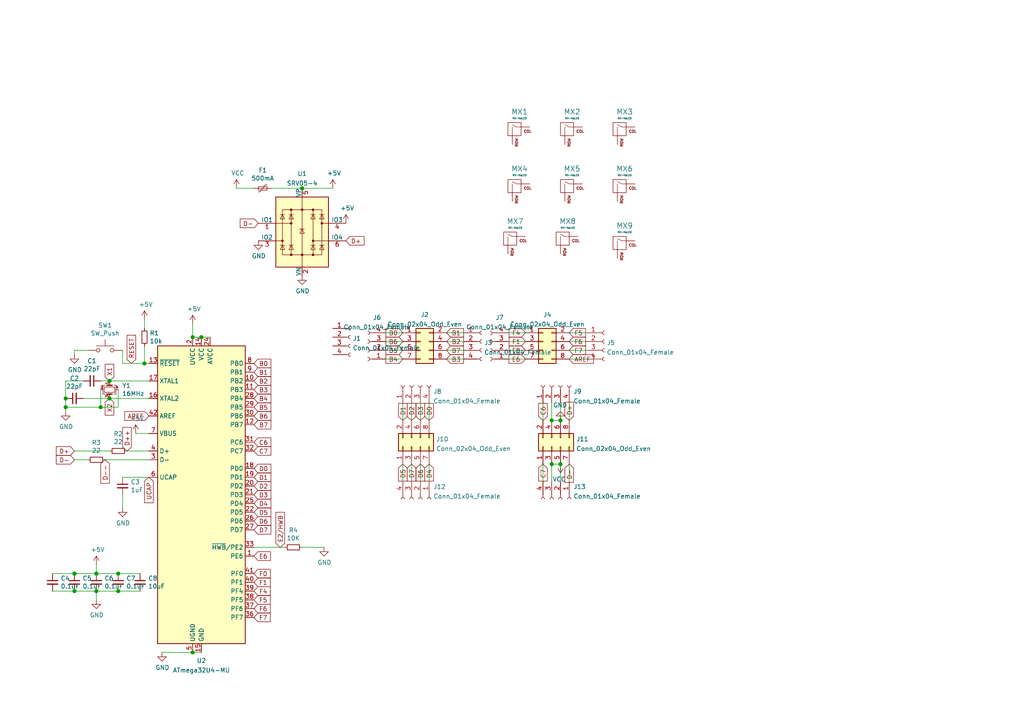
<source format=kicad_sch>
(kicad_sch (version 20210621) (generator eeschema)
  (paper "A4")
  (lib_symbols
    (symbol "Connector:Conn_01x04_Female" (pin_names (offset 1.016) hide)
      (property "Reference" "J" (at 0 5.08 0))
      (property "Value" "Conn_01x04_Female" (at 0 -7.62 0))
      (symbol "Conn_01x04_Female_1_1"
        (arc (start 0 -4.572) (end 0 -5.588) (radius (at 0 -5.08) (length 0.508) (angles 90.1 -90.1)) (stroke (width 0.1524)))
        (arc (start 0 -2.032) (end 0 -3.048) (radius (at 0 -2.54) (length 0.508) (angles 90.1 -90.1)) (stroke (width 0.1524)))
        (arc (start 0 0.508) (end 0 -0.508) (radius (at 0 0) (length 0.508) (angles 90.1 -90.1)) (stroke (width 0.1524)))
        (arc (start 0 3.048) (end 0 2.032) (radius (at 0 2.54) (length 0.508) (angles 90.1 -90.1)) (stroke (width 0.1524)))
        (polyline (pts (xy -1.27 -5.08) (xy -0.508 -5.08)) (stroke (width 0.1524)))
        (polyline (pts (xy -1.27 -2.54) (xy -0.508 -2.54)) (stroke (width 0.1524)))
        (polyline (pts (xy -1.27 0) (xy -0.508 0)) (stroke (width 0.1524)))
        (polyline (pts (xy -1.27 2.54) (xy -0.508 2.54)) (stroke (width 0.1524)))
        (pin passive line (at -5.08 2.54 0) (length 3.81) (name "Pin_1") (number "1"))
        (pin passive line (at -5.08 0 0) (length 3.81) (name "Pin_2") (number "2"))
        (pin passive line (at -5.08 -2.54 0) (length 3.81) (name "Pin_3") (number "3"))
        (pin passive line (at -5.08 -5.08 0) (length 3.81) (name "Pin_4") (number "4"))
      )
    )
    (symbol "Connector_Generic:Conn_02x04_Odd_Even" (pin_names (offset 1.016) hide)
      (property "Reference" "J" (at 1.27 5.08 0))
      (property "Value" "Conn_02x04_Odd_Even" (at 1.27 -7.62 0))
      (symbol "Conn_02x04_Odd_Even_1_1"
        (rectangle (start -1.27 -4.953) (end 0 -5.207) (stroke (width 0.1524)))
        (rectangle (start -1.27 -2.413) (end 0 -2.667) (stroke (width 0.1524)))
        (rectangle (start -1.27 0.127) (end 0 -0.127) (stroke (width 0.1524)))
        (rectangle (start -1.27 2.667) (end 0 2.413) (stroke (width 0.1524)))
        (rectangle (start 3.81 -4.953) (end 2.54 -5.207) (stroke (width 0.1524)))
        (rectangle (start 3.81 -2.413) (end 2.54 -2.667) (stroke (width 0.1524)))
        (rectangle (start 3.81 0.127) (end 2.54 -0.127) (stroke (width 0.1524)))
        (rectangle (start 3.81 2.667) (end 2.54 2.413) (stroke (width 0.1524)))
        (rectangle (start -1.27 3.81) (end 3.81 -6.35) (stroke (width 0.254)) (fill (type background)))
        (pin passive line (at -5.08 2.54 0) (length 3.81) (name "Pin_1") (number "1"))
        (pin passive line (at 7.62 2.54 180) (length 3.81) (name "Pin_2") (number "2"))
        (pin passive line (at -5.08 0 0) (length 3.81) (name "Pin_3") (number "3"))
        (pin passive line (at 7.62 0 180) (length 3.81) (name "Pin_4") (number "4"))
        (pin passive line (at -5.08 -2.54 0) (length 3.81) (name "Pin_5") (number "5"))
        (pin passive line (at 7.62 -2.54 180) (length 3.81) (name "Pin_6") (number "6"))
        (pin passive line (at -5.08 -5.08 0) (length 3.81) (name "Pin_7") (number "7"))
        (pin passive line (at 7.62 -5.08 180) (length 3.81) (name "Pin_8") (number "8"))
      )
    )
    (symbol "Device:C_Small" (pin_numbers hide) (pin_names (offset 0.254) hide)
      (property "Reference" "C" (at 0.254 1.778 0))
      (property "Value" "C_Small" (at 0.254 -2.032 0))
      (symbol "C_Small_0_1"
        (polyline (pts (xy -1.524 -0.508) (xy 1.524 -0.508)) (stroke (width 0.3302)))
        (polyline (pts (xy -1.524 0.508) (xy 1.524 0.508)) (stroke (width 0.3048)))
      )
      (symbol "C_Small_1_1"
        (pin passive line (at 0 2.54 270) (length 2.032) (name "~") (number "1"))
        (pin passive line (at 0 -2.54 90) (length 2.032) (name "~") (number "2"))
      )
    )
    (symbol "Device:Crystal_GND24_Small" (pin_names (offset 1.016) hide)
      (property "Reference" "Y" (at 1.27 4.445 0))
      (property "Value" "Crystal_GND24_Small" (at 1.27 2.54 0))
      (symbol "Crystal_GND24_Small_0_1"
        (rectangle (start -0.762 -1.524) (end 0.762 1.524))
        (polyline (pts (xy -1.27 -0.762) (xy -1.27 0.762)) (stroke (width 0.381)))
        (polyline (pts (xy 1.27 -0.762) (xy 1.27 0.762)) (stroke (width 0.381)))
        (polyline (pts (xy -1.27 -1.27) (xy -1.27 -1.905) (xy 1.27 -1.905) (xy 1.27 -1.27)))
        (polyline (pts (xy -1.27 1.27) (xy -1.27 1.905) (xy 1.27 1.905) (xy 1.27 1.27)))
      )
      (symbol "Crystal_GND24_Small_1_1"
        (pin passive line (at -2.54 0 0) (length 1.27) (name "1") (number "1"))
        (pin passive line (at 0 -2.54 90) (length 0.635) (name "2") (number "2"))
        (pin passive line (at 2.54 0 180) (length 1.27) (name "3") (number "3"))
        (pin passive line (at 0 2.54 270) (length 0.635) (name "4") (number "4"))
      )
    )
    (symbol "Device:Polyfuse_Small" (pin_numbers hide) (pin_names (offset 0))
      (property "Reference" "F" (at -1.905 0 90))
      (property "Value" "Polyfuse_Small" (at 1.905 0 90))
      (symbol "Polyfuse_Small_0_1"
        (rectangle (start -0.508 1.27) (end 0.508 -1.27))
        (polyline (pts (xy 0 2.54) (xy 0 -2.54)))
        (polyline (pts (xy -1.016 1.27) (xy -1.016 0.762) (xy 1.016 -0.762) (xy 1.016 -1.27)))
      )
      (symbol "Polyfuse_Small_1_1"
        (pin passive line (at 0 2.54 270) (length 0.635) (name "~") (number "1"))
        (pin passive line (at 0 -2.54 90) (length 0.635) (name "~") (number "2"))
      )
    )
    (symbol "Device:R_Small" (pin_numbers hide) (pin_names (offset 0.254) hide)
      (property "Reference" "R" (at 0.762 0.508 0))
      (property "Value" "R_Small" (at 0.762 -1.016 0))
      (symbol "R_Small_0_1"
        (rectangle (start -0.762 1.778) (end 0.762 -1.778) (stroke (width 0.2032)))
      )
      (symbol "R_Small_1_1"
        (pin passive line (at 0 2.54 270) (length 0.762) (name "~") (number "1"))
        (pin passive line (at 0 -2.54 90) (length 0.762) (name "~") (number "2"))
      )
    )
    (symbol "MCU_Microchip_ATmega:ATmega32U4-MU"
      (property "Reference" "U" (at -12.7 44.45 0))
      (property "Value" "ATmega32U4-MU" (at 2.54 -44.45 0))
      (symbol "ATmega32U4-MU_0_1"
        (rectangle (start -12.7 -43.18) (end 12.7 43.18) (stroke (width 0.254)) (fill (type background)))
      )
      (symbol "ATmega32U4-MU_1_1"
        (pin bidirectional line (at 15.24 -17.78 180) (length 2.54) (name "PE6") (number "1"))
        (pin bidirectional line (at 15.24 33.02 180) (length 2.54) (name "PB2") (number "10"))
        (pin bidirectional line (at 15.24 30.48 180) (length 2.54) (name "PB3") (number "11"))
        (pin bidirectional line (at 15.24 20.32 180) (length 2.54) (name "PB7") (number "12"))
        (pin input line (at -15.24 38.1 0) (length 2.54) (name "~{RESET}") (number "13"))
        (pin power_in line (at 0 45.72 270) (length 2.54) (name "VCC") (number "14"))
        (pin power_in line (at 0 -45.72 90) (length 2.54) (name "GND") (number "15"))
        (pin output line (at -15.24 27.94 0) (length 2.54) (name "XTAL2") (number "16"))
        (pin input line (at -15.24 33.02 0) (length 2.54) (name "XTAL1") (number "17"))
        (pin bidirectional line (at 15.24 7.62 180) (length 2.54) (name "PD0") (number "18"))
        (pin bidirectional line (at 15.24 5.08 180) (length 2.54) (name "PD1") (number "19"))
        (pin power_in line (at -2.54 45.72 270) (length 2.54) (name "UVCC") (number "2"))
        (pin bidirectional line (at 15.24 2.54 180) (length 2.54) (name "PD2") (number "20"))
        (pin bidirectional line (at 15.24 0 180) (length 2.54) (name "PD3") (number "21"))
        (pin bidirectional line (at 15.24 -5.08 180) (length 2.54) (name "PD5") (number "22"))
        (pin passive line (at 0 -45.72 90) (length 2.54) hide (name "GND") (number "23"))
        (pin power_in line (at 2.54 45.72 270) (length 2.54) (name "AVCC") (number "24"))
        (pin bidirectional line (at 15.24 -2.54 180) (length 2.54) (name "PD4") (number "25"))
        (pin bidirectional line (at 15.24 -7.62 180) (length 2.54) (name "PD6") (number "26"))
        (pin bidirectional line (at 15.24 -10.16 180) (length 2.54) (name "PD7") (number "27"))
        (pin bidirectional line (at 15.24 27.94 180) (length 2.54) (name "PB4") (number "28"))
        (pin bidirectional line (at 15.24 25.4 180) (length 2.54) (name "PB5") (number "29"))
        (pin bidirectional line (at -15.24 10.16 0) (length 2.54) (name "D-") (number "3"))
        (pin bidirectional line (at 15.24 22.86 180) (length 2.54) (name "PB6") (number "30"))
        (pin bidirectional line (at 15.24 15.24 180) (length 2.54) (name "PC6") (number "31"))
        (pin bidirectional line (at 15.24 12.7 180) (length 2.54) (name "PC7") (number "32"))
        (pin bidirectional line (at 15.24 -15.24 180) (length 2.54) (name "~{HWB}/PE2") (number "33"))
        (pin passive line (at 0 45.72 270) (length 2.54) hide (name "VCC") (number "34"))
        (pin passive line (at 0 -45.72 90) (length 2.54) hide (name "GND") (number "35"))
        (pin bidirectional line (at 15.24 -35.56 180) (length 2.54) (name "PF7") (number "36"))
        (pin bidirectional line (at 15.24 -33.02 180) (length 2.54) (name "PF6") (number "37"))
        (pin bidirectional line (at 15.24 -30.48 180) (length 2.54) (name "PF5") (number "38"))
        (pin bidirectional line (at 15.24 -27.94 180) (length 2.54) (name "PF4") (number "39"))
        (pin bidirectional line (at -15.24 12.7 0) (length 2.54) (name "D+") (number "4"))
        (pin bidirectional line (at 15.24 -25.4 180) (length 2.54) (name "PF1") (number "40"))
        (pin bidirectional line (at 15.24 -22.86 180) (length 2.54) (name "PF0") (number "41"))
        (pin passive line (at -15.24 22.86 0) (length 2.54) (name "AREF") (number "42"))
        (pin passive line (at 0 -45.72 90) (length 2.54) hide (name "GND") (number "43"))
        (pin passive line (at 2.54 45.72 270) (length 2.54) hide (name "AVCC") (number "44"))
        (pin passive line (at 0 -45.72 90) (length 2.54) hide (name "GND") (number "45"))
        (pin passive line (at -2.54 -45.72 90) (length 2.54) (name "UGND") (number "5"))
        (pin passive line (at -15.24 5.08 0) (length 2.54) (name "UCAP") (number "6"))
        (pin input line (at -15.24 17.78 0) (length 2.54) (name "VBUS") (number "7"))
        (pin bidirectional line (at 15.24 38.1 180) (length 2.54) (name "PB0") (number "8"))
        (pin bidirectional line (at 15.24 35.56 180) (length 2.54) (name "PB1") (number "9"))
      )
    )
    (symbol "MX_Alps_Hybrid:MX-NoLED" (pin_names (offset 1.016))
      (property "Reference" "MX" (at -0.635 3.81 0))
      (property "Value" "MX-NoLED" (at -0.635 1.27 0))
      (symbol "MX-NoLED_0_0"
        (text "COL" (at 3.175 0 0) (effects (font (size 0.762 0.762))))
        (text "ROW" (at 0 -1.905 900) (effects (font (size 0.762 0.762)) (justify right)))
        (rectangle (start -2.54 2.54) (end 1.27 -1.27))
        (polyline (pts (xy -1.27 -1.27) (xy -1.27 1.27)) (stroke (width 0.127)))
        (polyline (pts (xy 1.27 1.27) (xy 0 1.27) (xy -1.27 1.905)) (stroke (width 0.127)))
      )
      (symbol "MX-NoLED_1_1"
        (pin passive line (at 3.81 1.27 180) (length 2.54) (name "COL") (number "1"))
        (pin passive line (at -1.27 -3.81 90) (length 2.54) (name "ROW") (number "2"))
      )
    )
    (symbol "Power_Protection:SRV05-4" (pin_names (offset 0))
      (property "Reference" "U" (at -5.08 11.43 0))
      (property "Value" "SRV05-4" (at 2.54 11.43 0))
      (symbol "SRV05-4_0_0"
        (rectangle (start -5.715 6.477) (end 5.715 -6.604))
        (polyline (pts (xy -3.175 -6.604) (xy -3.175 6.477)))
        (polyline (pts (xy 3.175 6.477) (xy 3.175 -6.604)))
      )
      (symbol "SRV05-4_0_1"
        (circle (center -5.715 -2.54) (radius 0.2794) (fill (type outline)))
        (circle (center -3.175 -6.604) (radius 0.2794) (fill (type outline)))
        (circle (center -3.175 2.54) (radius 0.2794) (fill (type outline)))
        (circle (center -3.175 6.477) (radius 0.2794) (fill (type outline)))
        (circle (center 0 -6.604) (radius 0.2794) (fill (type outline)))
        (circle (center 0 6.477) (radius 0.2794) (fill (type outline)))
        (circle (center 3.175 -6.604) (radius 0.2794) (fill (type outline)))
        (circle (center 3.175 -2.54) (radius 0.2794) (fill (type outline)))
        (circle (center 3.175 6.477) (radius 0.2794) (fill (type outline)))
        (circle (center 5.715 2.54) (radius 0.2794) (fill (type outline)))
        (rectangle (start -7.62 10.16) (end 7.62 -10.16) (stroke (width 0.254)) (fill (type background)))
        (polyline (pts (xy -7.747 2.54) (xy -3.175 2.54)))
        (polyline (pts (xy -7.62 -2.54) (xy -5.715 -2.54)))
        (polyline (pts (xy -5.08 -3.81) (xy -6.35 -3.81)))
        (polyline (pts (xy -5.08 5.08) (xy -6.35 5.08)))
        (polyline (pts (xy -2.54 -3.81) (xy -3.81 -3.81)))
        (polyline (pts (xy -2.54 5.08) (xy -3.81 5.08)))
        (polyline (pts (xy 0 10.16) (xy 0 -10.16)))
        (polyline (pts (xy 3.81 -3.81) (xy 2.54 -3.81)))
        (polyline (pts (xy 3.81 5.08) (xy 2.54 5.08)))
        (polyline (pts (xy 6.35 -3.81) (xy 5.08 -3.81)))
        (polyline (pts (xy 6.35 5.08) (xy 5.08 5.08)))
        (polyline (pts (xy 7.62 -2.54) (xy 3.175 -2.54)))
        (polyline (pts (xy 7.62 2.54) (xy 5.715 2.54)))
        (polyline (pts (xy 0.635 0.889) (xy -0.635 0.889) (xy -0.635 0.635)))
        (polyline (pts (xy -5.08 -5.08) (xy -6.35 -5.08) (xy -5.715 -3.81) (xy -5.08 -5.08)))
        (polyline (pts (xy -5.08 3.81) (xy -6.35 3.81) (xy -5.715 5.08) (xy -5.08 3.81)))
        (polyline (pts (xy -2.54 -5.08) (xy -3.81 -5.08) (xy -3.175 -3.81) (xy -2.54 -5.08)))
        (polyline (pts (xy -2.54 3.81) (xy -3.81 3.81) (xy -3.175 5.08) (xy -2.54 3.81)))
        (polyline (pts (xy 0.635 -0.381) (xy -0.635 -0.381) (xy 0 0.889) (xy 0.635 -0.381)))
        (polyline (pts (xy 3.81 -5.08) (xy 2.54 -5.08) (xy 3.175 -3.81) (xy 3.81 -5.08)))
        (polyline (pts (xy 3.81 3.81) (xy 2.54 3.81) (xy 3.175 5.08) (xy 3.81 3.81)))
        (polyline (pts (xy 6.35 -5.08) (xy 5.08 -5.08) (xy 5.715 -3.81) (xy 6.35 -5.08)))
        (polyline (pts (xy 6.35 3.81) (xy 5.08 3.81) (xy 5.715 5.08) (xy 6.35 3.81)))
      )
      (symbol "SRV05-4_1_1"
        (pin passive line (at -12.7 2.54 0) (length 5.08) (name "IO1") (number "1"))
        (pin passive line (at 0 -12.7 90) (length 2.54) (name "VN") (number "2"))
        (pin passive line (at -12.7 -2.54 0) (length 5.08) (name "IO2") (number "3"))
        (pin passive line (at 12.7 2.54 180) (length 5.08) (name "IO3") (number "4"))
        (pin passive line (at 0 12.7 270) (length 2.54) (name "VP") (number "5"))
        (pin passive line (at 12.7 -2.54 180) (length 5.08) (name "IO4") (number "6"))
      )
    )
    (symbol "Switch:SW_Push" (pin_numbers hide) (pin_names (offset 1.016) hide)
      (property "Reference" "SW" (at 1.27 2.54 0))
      (property "Value" "SW_Push" (at 0 -1.524 0))
      (symbol "SW_Push_0_1"
        (circle (center -2.032 0) (radius 0.508))
        (circle (center 2.032 0) (radius 0.508))
        (polyline (pts (xy 0 1.27) (xy 0 3.048)))
        (polyline (pts (xy 2.54 1.27) (xy -2.54 1.27)))
        (pin passive line (at -5.08 0 0) (length 2.54) (name "1") (number "1"))
        (pin passive line (at 5.08 0 180) (length 2.54) (name "2") (number "2"))
      )
    )
    (symbol "power:+5V" (power) (pin_names (offset 0))
      (property "Value" "+5V" (at 0 3.556 0))
      (symbol "+5V_0_1"
        (polyline (pts (xy -0.762 1.27) (xy 0 2.54)))
        (polyline (pts (xy 0 0) (xy 0 2.54)))
        (polyline (pts (xy 0 2.54) (xy 0.762 1.27)))
      )
      (symbol "+5V_1_1"
        (pin power_in line (at 0 0 90) (length 0) hide (name "+5V") (number "1"))
      )
    )
    (symbol "power:GND" (power) (pin_names (offset 0))
      (property "Value" "GND" (at 0 -3.81 0))
      (symbol "GND_0_1"
        (polyline (pts (xy 0 0) (xy 0 -1.27) (xy 1.27 -1.27) (xy 0 -2.54) (xy -1.27 -1.27) (xy 0 -1.27)))
      )
      (symbol "GND_1_1"
        (pin power_in line (at 0 0 270) (length 0) hide (name "GND") (number "1"))
      )
    )
    (symbol "power:VCC" (power) (pin_names (offset 0))
      (property "Value" "VCC" (at 0 3.81 0))
      (symbol "VCC_0_1"
        (polyline (pts (xy -0.762 1.27) (xy 0 2.54)))
        (polyline (pts (xy 0 0) (xy 0 2.54)))
        (polyline (pts (xy 0 2.54) (xy 0.762 1.27)))
      )
      (symbol "VCC_1_1"
        (pin power_in line (at 0 0 90) (length 0) hide (name "VCC") (number "1"))
      )
    )
  )
  (junction (at 19.05 115.57) (diameter 1.016))
  (junction (at 19.05 118.11) (diameter 1.016))
  (junction (at 21.59 166.37) (diameter 1.016))
  (junction (at 21.59 171.45) (diameter 1.016))
  (junction (at 27.94 166.37) (diameter 1.016))
  (junction (at 27.94 171.45) (diameter 1.016))
  (junction (at 29.21 118.11) (diameter 1.016))
  (junction (at 31.75 110.49) (diameter 1.016))
  (junction (at 31.75 115.57) (diameter 1.016))
  (junction (at 34.29 166.37) (diameter 1.016))
  (junction (at 34.29 171.45) (diameter 1.016))
  (junction (at 41.91 105.41) (diameter 1.016))
  (junction (at 55.88 97.79) (diameter 1.016))
  (junction (at 55.88 189.23) (diameter 1.016))
  (junction (at 58.42 97.79) (diameter 1.016))
  (junction (at 87.63 54.61) (diameter 1.016))
  (junction (at 160.02 121.92) (diameter 1.016))
  (junction (at 160.02 134.62) (diameter 1.016))
  (junction (at 162.56 121.92) (diameter 1.016))
  (junction (at 162.56 134.62) (diameter 1.016))
  (wire (pts (xy 15.24 166.37) (xy 21.59 166.37)))
  (wire (pts (xy 15.24 171.45) (xy 21.59 171.45)))
  (wire (pts (xy 19.05 110.49) (xy 19.05 115.57)))
  (wire (pts (xy 19.05 115.57) (xy 19.05 118.11)))
  (wire (pts (xy 19.05 118.11) (xy 19.05 119.38)))
  (wire (pts (xy 19.05 118.11) (xy 29.21 118.11)))
  (wire (pts (xy 21.59 101.6) (xy 21.59 102.87)))
  (wire (pts (xy 21.59 166.37) (xy 27.94 166.37)))
  (wire (pts (xy 21.59 171.45) (xy 27.94 171.45)))
  (wire (pts (xy 24.13 110.49) (xy 19.05 110.49)))
  (wire (pts (xy 25.4 101.6) (xy 21.59 101.6)))
  (wire (pts (xy 25.4 133.35) (xy 21.59 133.35)))
  (wire (pts (xy 27.94 163.83) (xy 27.94 166.37)))
  (wire (pts (xy 27.94 166.37) (xy 34.29 166.37)))
  (wire (pts (xy 27.94 171.45) (xy 34.29 171.45)))
  (wire (pts (xy 27.94 173.99) (xy 27.94 171.45)))
  (wire (pts (xy 29.21 113.03) (xy 29.21 118.11)))
  (wire (pts (xy 29.21 118.11) (xy 34.29 118.11)))
  (wire (pts (xy 31.75 110.49) (xy 29.21 110.49)))
  (wire (pts (xy 31.75 110.49) (xy 43.18 110.49)))
  (wire (pts (xy 31.75 115.57) (xy 24.13 115.57)))
  (wire (pts (xy 31.75 130.81) (xy 21.59 130.81)))
  (wire (pts (xy 34.29 118.11) (xy 34.29 113.03)))
  (wire (pts (xy 34.29 166.37) (xy 40.64 166.37)))
  (wire (pts (xy 34.29 171.45) (xy 40.64 171.45)))
  (wire (pts (xy 35.56 105.41) (xy 35.56 101.6)))
  (wire (pts (xy 35.56 138.43) (xy 43.18 138.43)))
  (wire (pts (xy 35.56 143.51) (xy 35.56 147.32)))
  (wire (pts (xy 36.83 130.81) (xy 43.18 130.81)))
  (wire (pts (xy 39.37 125.73) (xy 43.18 125.73)))
  (wire (pts (xy 41.91 95.25) (xy 41.91 92.71)))
  (wire (pts (xy 41.91 100.33) (xy 41.91 105.41)))
  (wire (pts (xy 41.91 105.41) (xy 35.56 105.41)))
  (wire (pts (xy 43.18 105.41) (xy 41.91 105.41)))
  (wire (pts (xy 43.18 115.57) (xy 31.75 115.57)))
  (wire (pts (xy 43.18 133.35) (xy 30.48 133.35)))
  (wire (pts (xy 46.99 189.23) (xy 55.88 189.23)))
  (wire (pts (xy 55.88 93.98) (xy 55.88 97.79)))
  (wire (pts (xy 55.88 97.79) (xy 58.42 97.79)))
  (wire (pts (xy 55.88 189.23) (xy 58.42 189.23)))
  (wire (pts (xy 58.42 97.79) (xy 60.96 97.79)))
  (wire (pts (xy 68.58 54.61) (xy 73.66 54.61)))
  (wire (pts (xy 73.66 158.75) (xy 82.55 158.75)))
  (wire (pts (xy 78.74 54.61) (xy 87.63 54.61)))
  (wire (pts (xy 87.63 54.61) (xy 96.52 54.61)))
  (wire (pts (xy 87.63 158.75) (xy 93.98 158.75)))
  (wire (pts (xy 111.76 96.52) (xy 116.84 96.52)))
  (wire (pts (xy 111.76 99.06) (xy 116.84 99.06)))
  (wire (pts (xy 111.76 101.6) (xy 116.84 101.6)))
  (wire (pts (xy 111.76 104.14) (xy 116.84 104.14)))
  (wire (pts (xy 116.84 116.84) (xy 116.84 121.92)))
  (wire (pts (xy 116.84 139.7) (xy 116.84 134.62)))
  (wire (pts (xy 119.38 116.84) (xy 119.38 121.92)))
  (wire (pts (xy 119.38 139.7) (xy 119.38 134.62)))
  (wire (pts (xy 121.92 116.84) (xy 121.92 121.92)))
  (wire (pts (xy 121.92 139.7) (xy 121.92 134.62)))
  (wire (pts (xy 124.46 116.84) (xy 124.46 121.92)))
  (wire (pts (xy 124.46 139.7) (xy 124.46 134.62)))
  (wire (pts (xy 134.62 96.52) (xy 129.54 96.52)))
  (wire (pts (xy 134.62 99.06) (xy 129.54 99.06)))
  (wire (pts (xy 134.62 101.6) (xy 129.54 101.6)))
  (wire (pts (xy 134.62 104.14) (xy 129.54 104.14)))
  (wire (pts (xy 147.32 96.52) (xy 152.4 96.52)))
  (wire (pts (xy 147.32 99.06) (xy 152.4 99.06)))
  (wire (pts (xy 147.32 101.6) (xy 152.4 101.6)))
  (wire (pts (xy 147.32 104.14) (xy 152.4 104.14)))
  (wire (pts (xy 157.48 116.84) (xy 157.48 121.92)))
  (wire (pts (xy 157.48 139.7) (xy 157.48 134.62)))
  (wire (pts (xy 160.02 116.84) (xy 160.02 121.92)))
  (wire (pts (xy 160.02 121.92) (xy 162.56 121.92)))
  (wire (pts (xy 160.02 134.62) (xy 162.56 134.62)))
  (wire (pts (xy 160.02 139.7) (xy 160.02 134.62)))
  (wire (pts (xy 162.56 116.84) (xy 162.56 121.92)))
  (wire (pts (xy 162.56 139.7) (xy 162.56 134.62)))
  (wire (pts (xy 165.1 116.84) (xy 165.1 121.92)))
  (wire (pts (xy 165.1 139.7) (xy 165.1 134.62)))
  (wire (pts (xy 170.18 96.52) (xy 165.1 96.52)))
  (wire (pts (xy 170.18 99.06) (xy 165.1 99.06)))
  (wire (pts (xy 170.18 101.6) (xy 165.1 101.6)))
  (wire (pts (xy 170.18 104.14) (xy 165.1 104.14)))
  (global_label "D+" (shape input) (at 21.59 130.81 180) (property "Intersheet References" "${INTERSHEET_REFS}" (effects hide)))
  (global_label "D-" (shape input) (at 21.59 133.35 180) (property "Intersheet References" "${INTERSHEET_REFS}" (effects hide)))
  (global_label "D--" (shape input) (at 30.48 133.35 270) (property "Intersheet References" "${INTERSHEET_REFS}" (effects hide)))
  (global_label "X1" (shape input) (at 31.75 110.49 90) (property "Intersheet References" "${INTERSHEET_REFS}" (effects hide)))
  (global_label "X2" (shape input) (at 31.75 115.57 270) (property "Intersheet References" "${INTERSHEET_REFS}" (effects hide)))
  (global_label "D++" (shape input) (at 36.83 130.81 90) (property "Intersheet References" "${INTERSHEET_REFS}" (effects hide)))
  (global_label "RESET" (shape input) (at 38.1 105.41 90) (property "Intersheet References" "${INTERSHEET_REFS}" (effects hide)))
  (global_label "AREF" (shape input) (at 43.18 120.65 180) (property "Intersheet References" "${INTERSHEET_REFS}" (effects hide)))
  (global_label "UCAP" (shape input) (at 43.18 138.43 270) (property "Intersheet References" "${INTERSHEET_REFS}" (effects hide)))
  (global_label "B0" (shape input) (at 73.66 105.41 0) (property "Intersheet References" "${INTERSHEET_REFS}" (effects hide)))
  (global_label "B1" (shape input) (at 73.66 107.95 0) (property "Intersheet References" "${INTERSHEET_REFS}" (effects hide)))
  (global_label "B2" (shape input) (at 73.66 110.49 0) (property "Intersheet References" "${INTERSHEET_REFS}" (effects hide)))
  (global_label "B3" (shape input) (at 73.66 113.03 0) (property "Intersheet References" "${INTERSHEET_REFS}" (effects hide)))
  (global_label "B4" (shape input) (at 73.66 115.57 0) (property "Intersheet References" "${INTERSHEET_REFS}" (effects hide)))
  (global_label "B5" (shape input) (at 73.66 118.11 0) (property "Intersheet References" "${INTERSHEET_REFS}" (effects hide)))
  (global_label "B6" (shape input) (at 73.66 120.65 0) (property "Intersheet References" "${INTERSHEET_REFS}" (effects hide)))
  (global_label "B7" (shape input) (at 73.66 123.19 0) (property "Intersheet References" "${INTERSHEET_REFS}" (effects hide)))
  (global_label "C6" (shape input) (at 73.66 128.27 0) (property "Intersheet References" "${INTERSHEET_REFS}" (effects hide)))
  (global_label "C7" (shape input) (at 73.66 130.81 0) (property "Intersheet References" "${INTERSHEET_REFS}" (effects hide)))
  (global_label "D0" (shape input) (at 73.66 135.89 0) (property "Intersheet References" "${INTERSHEET_REFS}" (effects hide)))
  (global_label "D1" (shape input) (at 73.66 138.43 0) (property "Intersheet References" "${INTERSHEET_REFS}" (effects hide)))
  (global_label "D2" (shape input) (at 73.66 140.97 0) (property "Intersheet References" "${INTERSHEET_REFS}" (effects hide)))
  (global_label "D3" (shape input) (at 73.66 143.51 0) (property "Intersheet References" "${INTERSHEET_REFS}" (effects hide)))
  (global_label "D4" (shape input) (at 73.66 146.05 0) (property "Intersheet References" "${INTERSHEET_REFS}" (effects hide)))
  (global_label "D5" (shape input) (at 73.66 148.59 0) (property "Intersheet References" "${INTERSHEET_REFS}" (effects hide)))
  (global_label "D6" (shape input) (at 73.66 151.13 0) (property "Intersheet References" "${INTERSHEET_REFS}" (effects hide)))
  (global_label "D7" (shape input) (at 73.66 153.67 0) (property "Intersheet References" "${INTERSHEET_REFS}" (effects hide)))
  (global_label "E6" (shape input) (at 73.66 161.29 0) (property "Intersheet References" "${INTERSHEET_REFS}" (effects hide)))
  (global_label "F0" (shape input) (at 73.66 166.37 0) (property "Intersheet References" "${INTERSHEET_REFS}" (effects hide)))
  (global_label "F1" (shape input) (at 73.66 168.91 0) (property "Intersheet References" "${INTERSHEET_REFS}" (effects hide)))
  (global_label "F4" (shape input) (at 73.66 171.45 0) (property "Intersheet References" "${INTERSHEET_REFS}" (effects hide)))
  (global_label "F5" (shape input) (at 73.66 173.99 0) (property "Intersheet References" "${INTERSHEET_REFS}" (effects hide)))
  (global_label "F6" (shape input) (at 73.66 176.53 0) (property "Intersheet References" "${INTERSHEET_REFS}" (effects hide)))
  (global_label "F7" (shape input) (at 73.66 179.07 0) (property "Intersheet References" "${INTERSHEET_REFS}" (effects hide)))
  (global_label "D-" (shape input) (at 74.93 64.77 180) (property "Intersheet References" "${INTERSHEET_REFS}" (effects hide)))
  (global_label "E2{slash}HWB" (shape input) (at 81.28 158.75 90) (property "Intersheet References" "${INTERSHEET_REFS}" (effects hide)))
  (global_label "D+" (shape input) (at 100.33 69.85 0) (property "Intersheet References" "${INTERSHEET_REFS}" (effects hide)))
  (global_label "B0" (shape input) (at 116.84 96.52 180) (property "Intersheet References" "${INTERSHEET_REFS}" (effects hide)))
  (global_label "B6" (shape input) (at 116.84 99.06 180) (property "Intersheet References" "${INTERSHEET_REFS}" (effects hide)))
  (global_label "B5" (shape input) (at 116.84 101.6 180) (property "Intersheet References" "${INTERSHEET_REFS}" (effects hide)))
  (global_label "B4" (shape input) (at 116.84 104.14 180) (property "Intersheet References" "${INTERSHEET_REFS}" (effects hide)))
  (global_label "D1" (shape input) (at 116.84 121.92 90) (property "Intersheet References" "${INTERSHEET_REFS}" (effects hide)))
  (global_label "D5" (shape input) (at 116.84 134.62 270) (property "Intersheet References" "${INTERSHEET_REFS}" (effects hide)))
  (global_label "D2" (shape input) (at 119.38 121.92 90) (property "Intersheet References" "${INTERSHEET_REFS}" (effects hide)))
  (global_label "D7" (shape input) (at 119.38 134.62 270) (property "Intersheet References" "${INTERSHEET_REFS}" (effects hide)))
  (global_label "D3" (shape input) (at 121.92 121.92 90) (property "Intersheet References" "${INTERSHEET_REFS}" (effects hide)))
  (global_label "D6" (shape input) (at 121.92 134.62 270) (property "Intersheet References" "${INTERSHEET_REFS}" (effects hide)))
  (global_label "D0" (shape input) (at 124.46 121.92 90) (property "Intersheet References" "${INTERSHEET_REFS}" (effects hide)))
  (global_label "D4" (shape input) (at 124.46 134.62 270) (property "Intersheet References" "${INTERSHEET_REFS}" (effects hide)))
  (global_label "B1" (shape input) (at 129.54 96.52 0) (property "Intersheet References" "${INTERSHEET_REFS}" (effects hide)))
  (global_label "B2" (shape input) (at 129.54 99.06 0) (property "Intersheet References" "${INTERSHEET_REFS}" (effects hide)))
  (global_label "B7" (shape input) (at 129.54 101.6 0) (property "Intersheet References" "${INTERSHEET_REFS}" (effects hide)))
  (global_label "B3" (shape input) (at 129.54 104.14 0) (property "Intersheet References" "${INTERSHEET_REFS}" (effects hide)))
  (global_label "F4" (shape input) (at 152.4 96.52 180) (property "Intersheet References" "${INTERSHEET_REFS}" (effects hide)))
  (global_label "F1" (shape input) (at 152.4 99.06 180) (property "Intersheet References" "${INTERSHEET_REFS}" (effects hide)))
  (global_label "F0" (shape input) (at 152.4 101.6 180) (property "Intersheet References" "${INTERSHEET_REFS}" (effects hide)))
  (global_label "E6" (shape input) (at 152.4 104.14 180) (property "Intersheet References" "${INTERSHEET_REFS}" (effects hide)))
  (global_label "C6" (shape input) (at 157.48 121.92 90) (property "Intersheet References" "${INTERSHEET_REFS}" (effects hide)))
  (global_label "C7" (shape input) (at 157.48 134.62 270) (property "Intersheet References" "${INTERSHEET_REFS}" (effects hide)))
  (global_label "F5" (shape input) (at 165.1 96.52 0) (property "Intersheet References" "${INTERSHEET_REFS}" (effects hide)))
  (global_label "F6" (shape input) (at 165.1 99.06 0) (property "Intersheet References" "${INTERSHEET_REFS}" (effects hide)))
  (global_label "F7" (shape input) (at 165.1 101.6 0) (property "Intersheet References" "${INTERSHEET_REFS}" (effects hide)))
  (global_label "AREF" (shape input) (at 165.1 104.14 0) (property "Intersheet References" "${INTERSHEET_REFS}" (effects hide)))
  (global_label "D+" (shape input) (at 165.1 121.92 90) (property "Intersheet References" "${INTERSHEET_REFS}" (effects hide)))
  (global_label "D-" (shape input) (at 165.1 134.62 270) (property "Intersheet References" "${INTERSHEET_REFS}" (effects hide)))
  (symbol (lib_id "power:+5V") (at 27.94 163.83 0) (unit 1)
    (property "Reference" "#PWR013" (effects hide))
    (property "Value" "+5V" (at 28.321 159.4358 0))
  )
  (symbol (lib_id "power:+5V") (at 39.37 125.73 0) (unit 1)
    (property "Reference" "#PWR08" (effects hide))
    (property "Value" "+5V" (at 39.751 121.3358 0))
  )
  (symbol (lib_id "power:+5V") (at 41.91 92.71 0) (unit 1)
    (property "Reference" "#PWR04" (effects hide))
    (property "Value" "+5V" (at 42.291 88.3158 0))
  )
  (symbol (lib_id "power:+5V") (at 55.88 93.98 0) (unit 1)
    (property "Reference" "#PWR05" (effects hide))
    (property "Value" "+5V" (at 56.261 89.5858 0))
  )
  (symbol (lib_id "power:VCC") (at 68.58 54.61 0) (unit 1)
    (property "Reference" "#PWR01" (effects hide))
    (property "Value" "VCC" (at 68.961 50.2158 0))
  )
  (symbol (lib_id "power:+5V") (at 96.52 54.61 0) (unit 1)
    (property "Reference" "#PWR02" (effects hide))
    (property "Value" "+5V" (at 96.901 50.2158 0))
  )
  (symbol (lib_id "power:+5V") (at 100.33 64.77 0) (unit 1)
    (property "Reference" "#PWR0102" (effects hide))
    (property "Value" "+5V" (at 100.711 60.3758 0))
  )
  (symbol (lib_id "power:VCC") (at 162.56 134.62 180) (unit 1)
    (property "Reference" "#PWR010" (effects hide))
    (property "Value" "VCC" (at 162.179 139.0142 0))
  )
  (symbol (lib_id "power:GND") (at 19.05 119.38 0) (unit 1)
    (property "Reference" "#PWR07" (effects hide))
    (property "Value" "GND" (at 19.177 123.7742 0))
  )
  (symbol (lib_id "power:GND") (at 21.59 102.87 0) (unit 1)
    (property "Reference" "#PWR06" (effects hide))
    (property "Value" "GND" (at 21.717 107.2642 0))
  )
  (symbol (lib_id "power:GND") (at 27.94 173.99 0) (unit 1)
    (property "Reference" "#PWR014" (effects hide))
    (property "Value" "GND" (at 28.067 178.3842 0))
  )
  (symbol (lib_id "power:GND") (at 35.56 147.32 0) (unit 1)
    (property "Reference" "#PWR011" (effects hide))
    (property "Value" "GND" (at 35.687 151.7142 0))
  )
  (symbol (lib_id "power:GND") (at 46.99 189.23 0) (unit 1)
    (property "Reference" "#PWR015" (effects hide))
    (property "Value" "GND" (at 47.117 193.6242 0))
  )
  (symbol (lib_id "power:GND") (at 74.93 69.85 0) (unit 1)
    (property "Reference" "#PWR0101" (effects hide))
    (property "Value" "GND" (at 75.057 74.2442 0))
  )
  (symbol (lib_id "power:GND") (at 87.63 80.01 0) (unit 1)
    (property "Reference" "#PWR03" (effects hide))
    (property "Value" "GND" (at 87.757 84.4042 0))
  )
  (symbol (lib_id "power:GND") (at 93.98 158.75 0) (unit 1)
    (property "Reference" "#PWR012" (effects hide))
    (property "Value" "GND" (at 94.107 163.1442 0))
  )
  (symbol (lib_id "power:GND") (at 162.56 121.92 180) (unit 1)
    (property "Reference" "#PWR09" (effects hide))
    (property "Value" "GND" (at 162.433 117.5258 0))
  )
  (symbol (lib_id "Device:R_Small") (at 27.94 133.35 270) (unit 1)
    (property "Reference" "R3" (at 27.94 128.3716 90))
    (property "Value" "22" (at 27.94 130.683 90))
    (property "Footprint" "Resistor_SMD:R_0402_1005Metric" (effects hide))
  )
  (symbol (lib_id "Device:R_Small") (at 34.29 130.81 270) (unit 1)
    (property "Reference" "R2" (at 34.29 125.8316 90))
    (property "Value" "22" (at 34.29 128.143 90))
    (property "Footprint" "Resistor_SMD:R_0402_1005Metric" (effects hide))
  )
  (symbol (lib_id "Device:R_Small") (at 41.91 97.79 0) (unit 1)
    (property "Reference" "R1" (at 43.4086 96.6216 0) (effects (justify left)))
    (property "Value" "10k" (at 43.4086 98.933 0) (effects (justify left)))
    (property "Footprint" "Resistor_SMD:R_0402_1005Metric" (effects hide))
  )
  (symbol (lib_id "Device:R_Small") (at 85.09 158.75 270) (unit 1)
    (property "Reference" "R4" (at 85.09 153.7716 90))
    (property "Value" "10K" (at 85.09 156.083 90))
    (property "Footprint" "Resistor_SMD:R_0402_1005Metric" (effects hide))
  )
  (symbol (lib_id "Device:Polyfuse_Small") (at 76.2 54.61 270) (unit 1)
    (property "Reference" "F1" (at 76.2 49.403 90))
    (property "Value" "500mA" (at 76.2 51.7144 90))
    (property "Footprint" "Fuse:Fuse_1206_3216Metric" (effects hide))
  )
  (symbol (lib_id "Device:C_Small") (at 15.24 168.91 0) (unit 1)
    (property "Reference" "C4" (at 17.5768 167.7416 0) (effects (justify left)))
    (property "Value" "0.1uF" (at 17.5768 170.053 0) (effects (justify left)))
    (property "Footprint" "Capacitor_SMD:C_0402_1005Metric" (effects hide))
  )
  (symbol (lib_id "Device:C_Small") (at 21.59 115.57 90) (unit 1)
    (property "Reference" "C2" (at 21.59 109.7534 90))
    (property "Value" "22pF" (at 21.59 112.0648 90))
    (property "Footprint" "Capacitor_SMD:C_0402_1005Metric" (effects hide))
  )
  (symbol (lib_id "Device:C_Small") (at 21.59 168.91 0) (unit 1)
    (property "Reference" "C5" (at 23.9268 167.7416 0) (effects (justify left)))
    (property "Value" "0.1uF" (at 23.9268 170.053 0) (effects (justify left)))
    (property "Footprint" "Capacitor_SMD:C_0402_1005Metric" (effects hide))
  )
  (symbol (lib_id "Device:C_Small") (at 26.67 110.49 270) (unit 1)
    (property "Reference" "C1" (at 26.67 104.6734 90))
    (property "Value" "22pF" (at 26.67 106.9848 90))
    (property "Footprint" "Capacitor_SMD:C_0402_1005Metric" (effects hide))
  )
  (symbol (lib_id "Device:C_Small") (at 27.94 168.91 0) (unit 1)
    (property "Reference" "C6" (at 30.2768 167.7416 0) (effects (justify left)))
    (property "Value" "0.1uF" (at 30.2768 170.053 0) (effects (justify left)))
    (property "Footprint" "Capacitor_SMD:C_0402_1005Metric" (effects hide))
  )
  (symbol (lib_id "Device:C_Small") (at 34.29 168.91 0) (unit 1)
    (property "Reference" "C7" (at 36.6268 167.7416 0) (effects (justify left)))
    (property "Value" "0.1uF" (at 36.6268 170.053 0) (effects (justify left)))
    (property "Footprint" "Capacitor_SMD:C_0402_1005Metric" (effects hide))
  )
  (symbol (lib_id "Device:C_Small") (at 35.56 140.97 0) (unit 1)
    (property "Reference" "C3" (at 37.8968 139.8016 0) (effects (justify left)))
    (property "Value" "1uF" (at 37.8968 142.113 0) (effects (justify left)))
    (property "Footprint" "Capacitor_SMD:C_0402_1005Metric" (effects hide))
  )
  (symbol (lib_id "Device:C_Small") (at 40.64 168.91 0) (unit 1)
    (property "Reference" "C8" (at 42.9768 167.7416 0) (effects (justify left)))
    (property "Value" "10uF" (at 42.9768 170.053 0) (effects (justify left)))
    (property "Footprint" "Capacitor_SMD:C_0402_1005Metric" (effects hide))
  )
  (symbol (lib_id "Device:Crystal_GND24_Small") (at 31.75 113.03 270) (unit 1)
    (property "Reference" "Y1" (at 35.4076 111.8616 90) (effects (justify left)))
    (property "Value" "16MHz" (at 35.4076 114.173 90) (effects (justify left)))
    (property "Footprint" "Crystal:Crystal_SMD_2520-4Pin_2.5x2.0mm" (effects hide))
  )
  (symbol (lib_id "Switch:SW_Push") (at 30.48 101.6 0) (unit 1)
    (property "Reference" "SW1" (at 30.48 94.361 0))
    (property "Value" "SW_Push" (at 30.48 96.6724 0))
    (property "Footprint" "Button_Switch_SMD:SW_SPST_PTS810" (effects hide))
  )
  (symbol (lib_id "MX_Alps_Hybrid:MX-NoLED") (at 148.59 69.85 0) (unit 1)
    (property "Reference" "MX7" (at 149.4282 64.1858 0) (effects (font (size 1.524 1.524))))
    (property "Value" "MX-NoLED" (at 149.4282 66.0654 0) (effects (font (size 0.508 0.508))))
    (property "Footprint" "MX_Only:MXOnly-1U-NoLED" (effects hide))
  )
  (symbol (lib_id "MX_Alps_Hybrid:MX-NoLED") (at 149.86 38.1 0) (unit 1)
    (property "Reference" "MX1" (at 150.6982 32.4358 0) (effects (font (size 1.524 1.524))))
    (property "Value" "MX-NoLED" (at 150.6982 34.3154 0) (effects (font (size 0.508 0.508))))
    (property "Footprint" "MX_Only:MXOnly-1U-NoLED" (effects hide))
  )
  (symbol (lib_id "MX_Alps_Hybrid:MX-NoLED") (at 149.86 54.61 0) (unit 1)
    (property "Reference" "MX4" (at 150.6982 48.9458 0) (effects (font (size 1.524 1.524))))
    (property "Value" "MX-NoLED" (at 150.6982 50.8254 0) (effects (font (size 0.508 0.508))))
    (property "Footprint" "MX_Only:MXOnly-1U-NoLED" (effects hide))
  )
  (symbol (lib_id "MX_Alps_Hybrid:MX-NoLED") (at 163.83 69.85 0) (unit 1)
    (property "Reference" "MX8" (at 164.6682 64.1858 0) (effects (font (size 1.524 1.524))))
    (property "Value" "MX-NoLED" (at 164.6682 66.0654 0) (effects (font (size 0.508 0.508))))
    (property "Footprint" "MX_Only:MXOnly-1U-NoLED" (effects hide))
  )
  (symbol (lib_id "MX_Alps_Hybrid:MX-NoLED") (at 165.1 38.1 0) (unit 1)
    (property "Reference" "MX2" (at 165.9382 32.4358 0) (effects (font (size 1.524 1.524))))
    (property "Value" "MX-NoLED" (at 165.9382 34.3154 0) (effects (font (size 0.508 0.508))))
    (property "Footprint" "MX_Only:MXOnly-1U-NoLED" (effects hide))
  )
  (symbol (lib_id "MX_Alps_Hybrid:MX-NoLED") (at 165.1 54.61 0) (unit 1)
    (property "Reference" "MX5" (at 165.9382 48.9458 0) (effects (font (size 1.524 1.524))))
    (property "Value" "MX-NoLED" (at 165.9382 50.8254 0) (effects (font (size 0.508 0.508))))
    (property "Footprint" "MX_Only:MXOnly-1U-NoLED" (effects hide))
  )
  (symbol (lib_id "MX_Alps_Hybrid:MX-NoLED") (at 180.34 38.1 0) (unit 1)
    (property "Reference" "MX3" (at 181.1782 32.4358 0) (effects (font (size 1.524 1.524))))
    (property "Value" "MX-NoLED" (at 181.1782 34.3154 0) (effects (font (size 0.508 0.508))))
    (property "Footprint" "MX_Only:MXOnly-1U-NoLED" (effects hide))
  )
  (symbol (lib_id "MX_Alps_Hybrid:MX-NoLED") (at 180.34 54.61 0) (unit 1)
    (property "Reference" "MX6" (at 181.1782 48.9458 0) (effects (font (size 1.524 1.524))))
    (property "Value" "MX-NoLED" (at 181.1782 50.8254 0) (effects (font (size 0.508 0.508))))
    (property "Footprint" "MX_Only:MXOnly-1U-NoLED" (effects hide))
  )
  (symbol (lib_id "MX_Alps_Hybrid:MX-NoLED") (at 180.34 71.12 0) (unit 1)
    (property "Reference" "MX9" (at 181.1782 65.4558 0) (effects (font (size 1.524 1.524))))
    (property "Value" "MX-NoLED" (at 181.1782 67.3354 0) (effects (font (size 0.508 0.508))))
    (property "Footprint" "MX_Only:MXOnly-1U-NoLED" (effects hide))
  )
  (symbol (lib_id "Connector:Conn_01x04_Female") (at 101.6 97.79 0) (unit 1)
    (property "Reference" "J1" (at 102.3113 98.1515 0) (effects (justify left)))
    (property "Value" "Conn_01x04_Female" (at 102.3113 100.9266 0) (effects (justify left)))
  )
  (symbol (lib_id "Connector:Conn_01x04_Female") (at 106.68 101.6 180) (unit 1)
    (property "Reference" "J6" (at 109.3724 92.0962 0))
    (property "Value" "Conn_01x04_Female" (at 109.3724 94.8713 0))
    (property "Footprint" "Connector_PinHeader_2.54mm:PinHeader_1x04_P2.54mm_Vertical" (effects hide))
  )
  (symbol (lib_id "Connector:Conn_01x04_Female") (at 119.38 111.76 90) (unit 1)
    (property "Reference" "J8" (at 125.6793 113.5439 90) (effects (justify right)))
    (property "Value" "Conn_01x04_Female" (at 125.6793 116.319 90) (effects (justify right)))
    (property "Footprint" "Connector_PinHeader_2.54mm:PinHeader_1x04_P2.54mm_Vertical" (effects hide))
  )
  (symbol (lib_id "Connector:Conn_01x04_Female") (at 121.92 144.78 270) (unit 1)
    (property "Reference" "J12" (at 125.6793 141.1791 90) (effects (justify left)))
    (property "Value" "Conn_01x04_Female" (at 125.6793 143.9542 90) (effects (justify left)))
    (property "Footprint" "Connector_PinHeader_2.54mm:PinHeader_1x04_P2.54mm_Vertical" (effects hide))
  )
  (symbol (lib_id "Connector:Conn_01x04_Female") (at 139.7 99.06 0) (unit 1)
    (property "Reference" "J3" (at 140.4113 99.4215 0) (effects (justify left)))
    (property "Value" "Conn_01x04_Female" (at 140.4113 102.1966 0) (effects (justify left)))
    (property "Footprint" "Connector_PinHeader_2.54mm:PinHeader_1x04_P2.54mm_Vertical" (effects hide))
  )
  (symbol (lib_id "Connector:Conn_01x04_Female") (at 142.24 101.6 180) (unit 1)
    (property "Reference" "J7" (at 144.9324 92.0962 0))
    (property "Value" "Conn_01x04_Female" (at 144.9324 94.8713 0))
    (property "Footprint" "Connector_PinHeader_2.54mm:PinHeader_1x04_P2.54mm_Vertical" (effects hide))
  )
  (symbol (lib_id "Connector:Conn_01x04_Female") (at 160.02 111.76 90) (unit 1)
    (property "Reference" "J9" (at 166.3193 113.5439 90) (effects (justify right)))
    (property "Value" "Conn_01x04_Female" (at 166.3193 116.319 90) (effects (justify right)))
    (property "Footprint" "Connector_PinHeader_2.54mm:PinHeader_1x04_P2.54mm_Vertical" (effects hide))
  )
  (symbol (lib_id "Connector:Conn_01x04_Female") (at 162.56 144.78 270) (unit 1)
    (property "Reference" "J13" (at 166.3193 141.1791 90) (effects (justify left)))
    (property "Value" "Conn_01x04_Female" (at 166.3193 143.9542 90) (effects (justify left)))
    (property "Footprint" "Connector_PinHeader_2.54mm:PinHeader_1x04_P2.54mm_Vertical" (effects hide))
  )
  (symbol (lib_id "Connector:Conn_01x04_Female") (at 175.26 99.06 0) (unit 1)
    (property "Reference" "J5" (at 175.9713 99.4215 0) (effects (justify left)))
    (property "Value" "Conn_01x04_Female" (at 175.9713 102.1966 0) (effects (justify left)))
    (property "Footprint" "Connector_PinHeader_2.54mm:PinHeader_1x04_P2.54mm_Vertical" (effects hide))
  )
  (symbol (lib_id "Connector_Generic:Conn_02x04_Odd_Even") (at 119.38 129.54 90) (unit 1)
    (property "Reference" "J10" (at 126.4921 127.3615 90) (effects (justify right)))
    (property "Value" "Conn_02x04_Odd_Even" (at 126.4921 130.1366 90) (effects (justify right)))
    (property "Footprint" "Connector_PinHeader_2.54mm:PinHeader_2x04_P2.54mm_Vertical" (effects hide))
  )
  (symbol (lib_id "Connector_Generic:Conn_02x04_Odd_Even") (at 121.92 99.06 0) (unit 1)
    (property "Reference" "J2" (at 123.19 91.2834 0))
    (property "Value" "Conn_02x04_Odd_Even" (at 123.19 94.0585 0))
    (property "Footprint" "Connector_PinHeader_2.54mm:PinHeader_2x04_P2.54mm_Vertical" (effects hide))
  )
  (symbol (lib_id "Connector_Generic:Conn_02x04_Odd_Even") (at 157.48 99.06 0) (unit 1)
    (property "Reference" "J4" (at 158.75 91.2834 0))
    (property "Value" "Conn_02x04_Odd_Even" (at 158.75 94.0585 0))
    (property "Footprint" "Connector_PinHeader_2.54mm:PinHeader_2x04_P2.54mm_Vertical" (effects hide))
  )
  (symbol (lib_id "Connector_Generic:Conn_02x04_Odd_Even") (at 160.02 129.54 90) (unit 1)
    (property "Reference" "J11" (at 167.1321 127.3615 90) (effects (justify right)))
    (property "Value" "Conn_02x04_Odd_Even" (at 167.1321 130.1366 90) (effects (justify right)))
    (property "Footprint" "Connector_PinHeader_2.54mm:PinHeader_2x04_P2.54mm_Vertical" (effects hide))
  )
  (symbol (lib_id "Power_Protection:SRV05-4") (at 87.63 67.31 0) (unit 1)
    (property "Reference" "U1" (at 87.63 50.3894 0))
    (property "Value" "SRV05-4" (at 87.63 53.1645 0))
    (property "Footprint" "Package_TO_SOT_SMD:SOT-23-6" (effects hide))
    (property "Datasheet" "http://www.onsemi.com/pub/Collateral/SRV05-4-D.PDF" (effects hide))
  )
  (symbol (lib_id "MCU_Microchip_ATmega:ATmega32U4-MU") (at 58.42 143.51 0) (unit 1)
    (property "Reference" "U2" (at 58.42 191.6336 0))
    (property "Value" "ATmega32U4-MU" (at 58.42 194.4087 0))
    (property "Footprint" "Package_DFN_QFN:QFN-44-1EP_7x7mm_P0.5mm_EP5.2x5.2mm" (effects hide))
    (property "Datasheet" "http://ww1.microchip.com/downloads/en/DeviceDoc/Atmel-7766-8-bit-AVR-ATmega16U4-32U4_Datasheet.pdf" (effects hide))
  )
)
</source>
